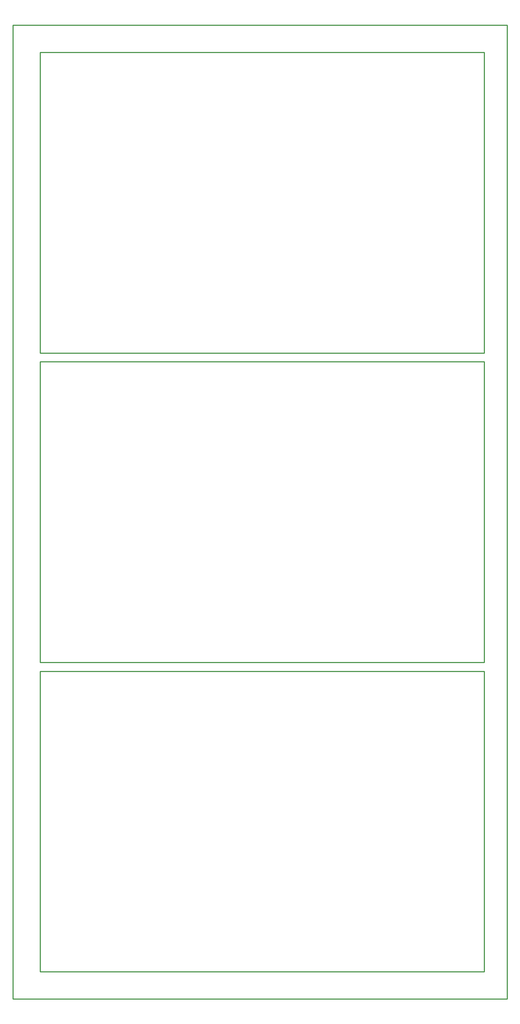
<source format=gbr>
G04 Generated on UCAM*
%FSLAX24Y24*%
%MOIN*%
%IPPOS*%
%ADD10C,0.01000*%
%SRX1Y1I0.0000J0.0000*%
%LN29384_extra_outline*%
%LPD*%
D10*
X9272Y9272D02*
Y99862D01*
X55272*
X55272Y9272D02*
Y99862D01*
X9272Y9272D02*
X55272D01*
X11811Y39764D02*
X53150D01*
X11811Y11811D02*
X53150D01*
X11811Y11811D02*
Y39764D01*
X53150Y11811D02*
Y39764D01*
X11811Y68543D02*
X53150D01*
X11811Y40591D02*
X53150D01*
X11811Y40591D02*
Y68543D01*
X53150Y40591D02*
Y68543D01*
X11811Y97323D02*
X53150D01*
X11811Y69370D02*
X53150D01*
X11811Y69370D02*
Y97323D01*
X53150Y69370D02*
Y97323D01*
%LPD*%
M02*
</source>
